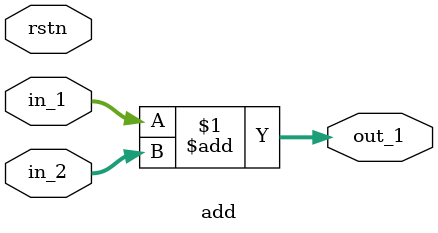
<source format=v>
module add(in_1,in_2,rstn,out_1);
input [13:0] in_1,in_2;
input rstn;
output [13:0] out_1;
  


assign out_1 = in_1 + in_2;
      
/*
always@(negedge clk or negedge rstn) begin
  if (rstn == 0)
    clk_n <= 1;
  else if (cnt_n < (N>>1))
    clk_n = 1;
  else
    clk_n = 0;
end
*/
endmodule

</source>
